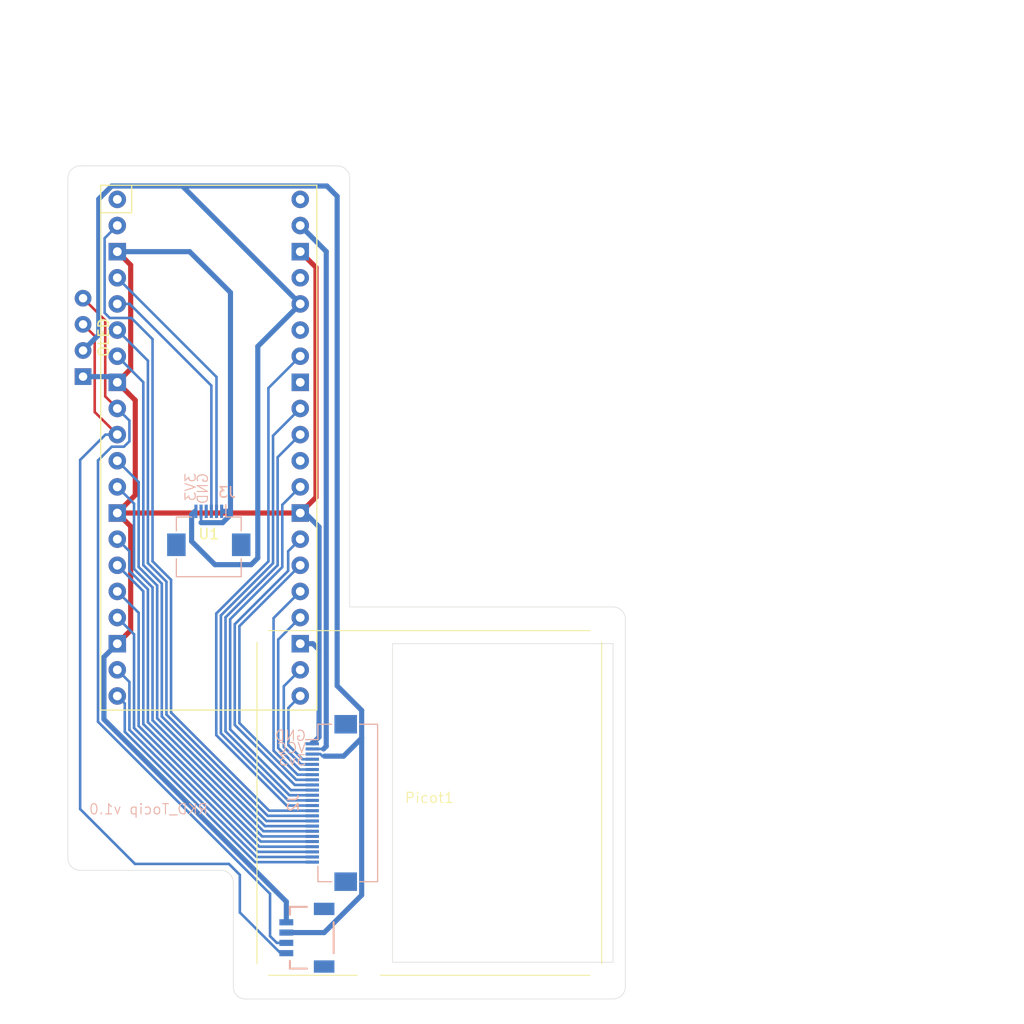
<source format=kicad_pcb>
(kicad_pcb (version 20240108) (generator "pcbnew") (generator_version "8.0")
  (layers (0 "F.Cu" signal) (31 "B.Cu" signal) (34 "B.Paste" user) (35 "F.Paste" user) (36 "B.SilkS" user "B.Silkscreen") (37 "F.SilkS" user "F.Silkscreen") (38 "B.Mask" user) (39 "F.Mask" user) (44 "Edge.Cuts" user))
  (net 0 "")
  (net 7 "GP12")
  (net 8 "GND")
  (net 9 "GP09")
  (net 10 "VCC")
  (net 11 "GP11")
  (net 12 "GP15")
  (net 13 "GP13")
  (net 14 "GP17")
  (net 15 "GP26")
  (net 16 "3v3")
  (net 17 "GP28")
  (net 18 "GP18")
  (net 19 "GP08")
  (net 20 "GP10")
  (net 21 "GP22")
  (net 22 "GP14")
  (net 23 "GP23")
  (net 24 "GP21")
  (net 25 "GP16")
  (net 26 "GP19")
  (net 27 "GP25")
  (net 28 "GP27")
  (net 29 "GP24")
  (net 30 "GP20")
  (net 33 "SDA-SCK")
  (net 34 "SCL-Tx")
  (net 35 "SCLK")
  (net 37 "SDIO_TX")
  (footprint "Rikkodo_FootPrint:rkd_picot5400_BTM" (layer "F.Cu") (at 190.50016 151.209502)
    (property "Reference" "Picot1")
    (property "Value" "rkd_picot5400_BTM")
  )
  (footprint "kbd_Hole:m2_Screw_Hole" (layer "F.Cu") (at 184.618861 167.878036)
    (property "Reference" "M5" (hide yes))
    (property "Value" "Mark" (hide yes))
  )
  (footprint "Rikkodo_FootPrint:rkd_RPi_Pico_TH_NODBG" (layer "F.Cu") (at 169.06875 116.68125)
    (property "Reference" "U1")
    (property "Value" "Pico")
  )
  (footprint "kbd_Hole:m2_Screw_Hole" (layer "F.Cu") (at 175.021875 94.059375)
    (property "Reference" "M6" (hide yes))
    (property "Value" "Mark" (hide yes))
  )
  (footprint "kbd_Hole:m2_Screw_Hole" (layer "F.Cu") (at 163.115625 94.059375)
    (property "Reference" "M4" (hide yes))
    (property "Value" "Mark" (hide yes))
  )
  (footprint "Rikkodo_FootPrint:rkd_Point_Hall" (layer "F.Cu") (at 197.643861 151.209286)
    (property "Reference" "M2" (hide yes))
    (property "Value" "Mark" (hide yes))
    (fp_line (start -10.715625 15.478125) (end -10.715625 -15.478125) (stroke (width 0.05)) (layer "Edge.Cuts"))
    (fp_line (start 10.715625 -15.478125) (end -10.715625 -15.478125) (stroke (width 0.05)) (layer "Edge.Cuts"))
    (fp_line (start 10.715625 -15.478125) (end 10.715625 15.478125) (stroke (width 0.05)) (layer "Edge.Cuts"))
    (fp_line (start 10.715625 15.478125) (end -10.715625 15.478125) (stroke (width 0.05)) (layer "Edge.Cuts"))
  )
  (footprint "BrownSugar_KBD:OLED_center_display" (layer "F.Cu") (at 175.349072 105.965536 -90)
    (property "Reference" "OL1")
    (property "Value" "OLED")
  )
  (footprint "Connector_FFC-FPC:Hirose_FH12-6S-0.5SH_1x06-1MP_P0.50mm_Horizontal" (layer "B.Cu") (at 169.068892 124.717864 180)
    (property "Reference" "J3")
    (property "Value" "Conn_01x06")
  )
  (footprint "SparkFun-Connector:JST_SMD_1.0mm-4_Black" (layer "B.Cu") (at 176.60475 164.30625 -90)
    (property "Reference" "J1")
    (property "Value" "Qwiic_RA")
  )
  (footprint "Connector_FFC-FPC:Hirose_FH12-24S-0.5SH_1x24-1MP_P0.50mm_Horizontal" (layer "B.Cu") (at 180.975152 151.209502 -90)
    (property "Reference" "J2")
    (property "Value" "Conn_01x24")
  )
  (gr_line (start 182.760605 132.159375) (end 208.359664 132.159399) (stroke (width 0.05)) (layer "Edge.Cuts"))
  (gr_arc (start 170.259597 157.757883) (mid 171.101495 158.106608) (end 171.450222 158.948508) (stroke (width 0.05)) (layer "Edge.Cuts"))
  (gr_arc (start 155.376757 90.4875) (mid 155.725507 89.645602) (end 156.567382 89.296875) (stroke (width 0.05)) (layer "Edge.Cuts"))
  (gr_line (start 208.359618 170.259504) (end 172.640857 170.259448) (stroke (width 0.05)) (layer "Edge.Cuts"))
  (gr_line (start 171.450144 158.948571) (end 171.450154 169.068886) (stroke (width 0.05)) (layer "Edge.Cuts"))
  (gr_arc (start 209.550243 169.068879) (mid 209.201517 169.910767) (end 208.359618 170.259504) (stroke (width 0.05)) (layer "Edge.Cuts"))
  (gr_arc (start 172.640857 170.259448) (mid 171.798968 169.910714) (end 171.450232 169.068823) (stroke (width 0.05)) (layer "Edge.Cuts"))
  (gr_line (start 209.550243 169.068879) (end 209.550289 167.878178) (stroke (width 0.05)) (layer "Edge.Cuts"))
  (gr_line (start 182.760605 132.159375) (end 182.761204 90.487437) (stroke (width 0.05)) (layer "Edge.Cuts"))
  (gr_line (start 209.550289 167.878178) (end 209.550289 133.350024) (stroke (width 0.05)) (layer "Edge.Cuts"))
  (gr_arc (start 181.570579 89.296812) (mid 182.412466 89.645544) (end 182.761204 90.487437) (stroke (width 0.05)) (layer "Edge.Cuts"))
  (gr_line (start 170.259597 157.757883) (end 156.567432 157.757857) (stroke (width 0.05)) (layer "Edge.Cuts"))
  (gr_arc (start 208.359664 132.159399) (mid 209.201548 132.508128) (end 209.550289 133.350024) (stroke (width 0.05)) (layer "Edge.Cuts"))
  (gr_arc (start 156.567432 157.757857) (mid 155.725594 157.409065) (end 155.376807 156.567232) (stroke (width 0.05)) (layer "Edge.Cuts"))
  (gr_line (start 155.376757 90.4875) (end 155.376807 156.567232) (stroke (width 0.05)) (layer "Edge.Cuts"))
  (gr_line (start 156.567382 89.296875) (end 181.570579 89.296875) (stroke (width 0.05)) (layer "Edge.Cuts"))
  (gr_text "VCC" (at 178.59405 146.447002 0) (layer "B.SilkS") (effects (font (size 1 1) (thickness 0.1)) (justify left bottom mirror)))
  (gr_text "3v3" (at 178.59405 147.637626 0) (layer "B.SilkS") (effects (font (size 1 1) (thickness 0.1)) (justify left bottom mirror)))
  (gr_text "GND" (at 169.068608 119.0624 90) (layer "B.SilkS") (effects (font (size 1 1) (thickness 0.1)) (justify left bottom mirror)))
  (gr_text "RKD_Tocip v1.0" (at 169.06875 152.4 0) (layer "B.SilkS") (effects (font (size 1 1) (thickness 0.1)) (justify left bottom mirror)))
  (gr_text "3V3" (at 167.877984 119.0624 90) (layer "B.SilkS") (effects (font (size 1 1) (thickness 0.1)) (justify left bottom mirror)))
  (gr_text "GND" (at 178.59405 145.256378 0) (layer "B.SilkS") (effects (font (size 1 1) (thickness 0.1)) (justify left bottom mirror)))
  (segment (start 162.25375 132.72625) (end 160.17875 130.65125) (width 0.25) (layer "B.Cu") (net 7))
  (segment (start 162.25375 143.730401) (end 162.25375 132.72625) (width 0.25) (layer "B.Cu") (net 7))
  (segment (start 179.125152 155.459502) (end 173.982851 155.459502) (width 0.25) (layer "B.Cu") (net 7))
  (segment (start 173.982851 155.459502) (end 162.25375 143.730401) (width 0.25) (layer "B.Cu") (net 7))
  (segment (start 160.17875 123.03125) (end 177.95875 123.03125) (width 0.5) (layer "F.Cu") (net 8))
  (segment (start 161.47875 124.33125) (end 161.47875 134.43125) (width 0.5) (layer "F.Cu") (net 8))
  (segment (start 160.17875 110.33125) (end 161.925136 112.077636) (width 0.5) (layer "F.Cu") (net 8))
  (segment (start 160.17875 123.03125) (end 161.47875 124.33125) (width 0.5) (layer "F.Cu") (net 8))
  (segment (start 161.47875 134.43125) (end 160.17875 135.73125) (width 0.5) (layer "F.Cu") (net 8))
  (segment (start 161.925136 121.284864) (end 160.17875 123.03125) (width 0.5) (layer "F.Cu") (net 8))
  (segment (start 161.925136 112.077636) (end 161.925136 121.284864) (width 0.5) (layer "F.Cu") (net 8))
  (segment (start 161.47875 109.03125) (end 161.47875 98.93125) (width 0.5) (layer "F.Cu") (net 8))
  (segment (start 179.486568 99.159068) (end 179.486568 121.503432) (width 0.5) (layer "F.Cu") (net 8))
  (segment (start 160.17875 110.33125) (end 161.47875 109.03125) (width 0.5) (layer "F.Cu") (net 8))
  (segment (start 177.95875 97.63125) (end 179.486568 99.159068) (width 0.5) (layer "F.Cu") (net 8))
  (segment (start 161.47875 98.93125) (end 160.17875 97.63125) (width 0.5) (layer "F.Cu") (net 8))
  (segment (start 179.486568 121.503432) (end 177.95875 123.03125) (width 0.5) (layer "F.Cu") (net 8))
  (segment (start 156.849072 109.775536) (end 157.404786 110.33125) (width 0.5) (layer "F.Cu") (net 8))
  (segment (start 176.60475 160.803762) (end 158.87875 143.077762) (width 0.5) (layer "B.Cu") (net 8))
  (segment (start 160.17875 97.63125) (end 167.207275 97.63125) (width 0.5) (layer "B.Cu") (net 8))
  (segment (start 177.95875 123.03125) (end 178.433431 123.03125) (width 0.5) (layer "B.Cu") (net 8))
  (segment (start 168.318892 122.867864) (end 168.318892 123.967864) (width 0.25) (layer "B.Cu") (net 8))
  (segment (start 171.177225 123.209531) (end 170.418892 123.967864) (width 0.5) (layer "B.Cu") (net 8))
  (segment (start 176.60475 162.80625) (end 176.60475 160.803762) (width 0.5) (layer "B.Cu") (net 8))
  (segment (start 160.17875 97.63125) (end 160.7475 98.2) (width 0.5) (layer "B.Cu") (net 8))
  (segment (start 171.177225 101.6012) (end 171.177225 122.691299) (width 0.5) (layer "B.Cu") (net 8))
  (segment (start 156.849072 109.775536) (end 159.623036 109.775536) (width 0.5) (layer "B.Cu") (net 8))
  (segment (start 171.177225 122.691299) (end 171.00066 122.867864) (width 0.5) (layer "B.Cu") (net 8))
  (segment (start 178.433431 123.03125) (end 179.784526 124.382345) (width 0.5) (layer "B.Cu") (net 8))
  (segment (start 179.189099 135.73125) (end 179.784526 136.326677) (width 0.5) (layer "B.Cu") (net 8))
  (segment (start 158.87875 137.03125) (end 160.17875 135.73125) (width 0.5) (layer "B.Cu") (net 8))
  (segment (start 171.177225 122.691299) (end 171.177225 123.209531) (width 0.5) (layer "B.Cu") (net 8))
  (segment (start 167.207275 97.63125) (end 171.177225 101.6012) (width 0.5) (layer "B.Cu") (net 8))
  (segment (start 179.784526 144.800128) (end 179.225152 145.359502) (width 0.5) (layer "B.Cu") (net 8))
  (segment (start 177.95875 135.73125) (end 179.189099 135.73125) (width 0.5) (layer "B.Cu") (net 8))
  (segment (start 179.225152 145.359502) (end 179.125152 145.359502) (width 0.5) (layer "B.Cu") (net 8))
  (segment (start 159.623036 109.775536) (end 160.17875 110.33125) (width 0.5) (layer "B.Cu") (net 8))
  (segment (start 170.418892 123.967864) (end 168.318892 123.967864) (width 0.5) (layer "B.Cu") (net 8))
  (segment (start 158.87875 143.077762) (end 158.87875 137.03125) (width 0.5) (layer "B.Cu") (net 8))
  (segment (start 179.784526 124.382345) (end 179.784526 144.800128) (width 0.5) (layer "B.Cu") (net 8))
  (segment (start 171.00066 122.867864) (end 170.418892 122.867864) (width 0.5) (layer "B.Cu") (net 8))
  (segment (start 161.80375 122.11625) (end 160.17875 120.49125) (width 0.25) (layer "B.Cu") (net 9))
  (segment (start 161.80375 128.463458) (end 161.80375 122.11625) (width 0.25) (layer "B.Cu") (net 9))
  (segment (start 179.125152 153.959502) (end 174.392039 153.959502) (width 0.25) (layer "B.Cu") (net 9))
  (segment (start 163.60375 143.171213) (end 163.60375 130.263458) (width 0.25) (layer "B.Cu") (net 9))
  (segment (start 174.392039 153.959502) (end 163.60375 143.171213) (width 0.25) (layer "B.Cu") (net 9))
  (segment (start 163.60375 130.263458) (end 161.80375 128.463458) (width 0.25) (layer "B.Cu") (net 9))
  (segment (start 180.484526 97.617026) (end 180.484526 145.700128) (width 0.5) (layer "B.Cu") (net 10))
  (segment (start 180.484526 145.700128) (end 180.225152 145.959502) (width 0.5) (layer "B.Cu") (net 10))
  (segment (start 180.225152 145.959502) (end 179.125152 145.959502) (width 0.25) (layer "B.Cu") (net 10))
  (segment (start 177.95875 95.09125) (end 180.484526 97.617026) (width 0.5) (layer "B.Cu") (net 10))
  (segment (start 179.125152 154.959502) (end 174.119247 154.959502) (width 0.25) (layer "B.Cu") (net 11))
  (segment (start 174.119247 154.959502) (end 162.70375 143.544005) (width 0.25) (layer "B.Cu") (net 11))
  (segment (start 162.70375 143.544005) (end 162.70375 130.63625) (width 0.25) (layer "B.Cu") (net 11))
  (segment (start 162.70375 130.63625) (end 160.17875 128.11125) (width 0.25) (layer "B.Cu") (net 11))
  (segment (start 160.90375 141.53625) (end 160.17875 140.81125) (width 0.25) (layer "B.Cu") (net 12))
  (segment (start 173.573663 156.959502) (end 160.90375 144.289589) (width 0.25) (layer "B.Cu") (net 12))
  (segment (start 179.125152 156.959502) (end 173.573663 156.959502) (width 0.25) (layer "B.Cu") (net 12))
  (segment (start 160.90375 144.289589) (end 160.90375 141.53625) (width 0.25) (layer "B.Cu") (net 12))
  (segment (start 173.846455 155.959502) (end 161.80375 143.916797) (width 0.25) (layer "B.Cu") (net 13))
  (segment (start 179.125152 155.959502) (end 173.846455 155.959502) (width 0.25) (layer "B.Cu") (net 13))
  (segment (start 161.80375 143.916797) (end 161.80375 134.81625) (width 0.25) (layer "B.Cu") (net 13))
  (segment (start 161.80375 134.81625) (end 160.17875 133.19125) (width 0.25) (layer "B.Cu") (net 13))
  (segment (start 163.15375 108.22625) (end 160.17875 105.25125) (width 0.25) (layer "B.Cu") (net 14))
  (segment (start 163.15375 127.90427) (end 163.15375 108.22625) (width 0.25) (layer "B.Cu") (net 14))
  (segment (start 179.125152 152.459502) (end 174.801227 152.459502) (width 0.25) (layer "B.Cu") (net 14))
  (segment (start 164.95375 142.612025) (end 164.95375 129.70427) (width 0.25) (layer "B.Cu") (net 14))
  (segment (start 174.801227 152.459502) (end 164.95375 142.612025) (width 0.25) (layer "B.Cu") (net 14))
  (segment (start 164.95375 129.70427) (end 163.15375 127.90427) (width 0.25) (layer "B.Cu") (net 14))
  (segment (start 175.815642 135.334358) (end 177.95875 133.19125) (width 0.25) (layer "B.Cu") (net 15))
  (segment (start 175.815642 145.872784) (end 175.815642 135.334358) (width 0.25) (layer "B.Cu") (net 15))
  (segment (start 177.90236 147.959502) (end 175.815642 145.872784) (width 0.25) (layer "B.Cu") (net 15))
  (segment (start 179.125152 147.959502) (end 177.90236 147.959502) (width 0.25) (layer "B.Cu") (net 15))
  (segment (start 183.925152 160.165762) (end 180.284664 163.80625) (width 0.5) (layer "B.Cu") (net 16))
  (segment (start 180.284664 163.80625) (end 176.60475 163.80625) (width 0.5) (layer "B.Cu") (net 16))
  (segment (start 183.925152 144.909502) (end 182.174527 146.660127) (width 0.5) (layer "B.Cu") (net 16))
  (segment (start 180.311402 146.660127) (end 180.112604 146.660127) (width 0.25) (layer "B.Cu") (net 16))
  (segment (start 166.49875 91.25125) (end 159.640272 91.25125) (width 0.5) (layer "B.Cu") (net 16))
  (segment (start 159.640272 91.25125) (end 158.373571 92.517951) (width 0.5) (layer "B.Cu") (net 16))
  (segment (start 177.95875 102.71125) (end 173.831396 106.838604) (width 0.5) (layer "B.Cu") (net 16))
  (segment (start 173.18764 128.049116) (end 169.664205 128.049116) (width 0.5) (layer "B.Cu") (net 16))
  (segment (start 183.925152 144.909502) (end 183.925152 160.165762) (width 0.5) (layer "B.Cu") (net 16))
  (segment (start 173.831396 127.40536) (end 173.18764 128.049116) (width 0.5) (layer "B.Cu") (net 16))
  (segment (start 167.400144 125.785055) (end 167.400144 123.186612) (width 0.5) (layer "B.Cu") (net 16))
  (segment (start 183.925152 142.209502) (end 181.54375 139.8281) (width 0.5) (layer "B.Cu") (net 16))
  (segment (start 181.54375 92.2468) (end 180.5482 91.25125) (width 0.5) (layer "B.Cu") (net 16))
  (segment (start 180.112604 146.660127) (end 179.911979 146.459502) (width 0.25) (layer "B.Cu") (net 16))
  (segment (start 167.400144 123.186612) (end 167.718892 122.867864) (width 0.5) (layer "B.Cu") (net 16))
  (segment (start 158.373571 92.517951) (end 158.373571 105.711037) (width 0.5) (layer "B.Cu") (net 16))
  (segment (start 158.373571 105.711037) (end 156.849072 107.235536) (width 0.5) (layer "B.Cu") (net 16))
  (segment (start 180.5482 91.25125) (end 166.49875 91.25125) (width 0.5) (layer "B.Cu") (net 16))
  (segment (start 183.925152 144.909502) (end 183.925152 142.209502) (width 0.5) (layer "B.Cu") (net 16))
  (segment (start 169.664205 128.049116) (end 167.400144 125.785055) (width 0.5) (layer "B.Cu") (net 16))
  (segment (start 181.54375 139.8281) (end 181.54375 92.2468) (width 0.5) (layer "B.Cu") (net 16))
  (segment (start 182.174527 146.660127) (end 180.311402 146.660127) (width 0.5) (layer "B.Cu") (net 16))
  (segment (start 177.95875 102.71125) (end 166.49875 91.25125) (width 0.5) (layer "B.Cu") (net 16))
  (segment (start 173.831396 106.838604) (end 173.831396 127.40536) (width 0.5) (layer "B.Cu") (net 16))
  (segment (start 179.911979 146.459502) (end 179.125152 146.459502) (width 0.25) (layer "B.Cu") (net 16))
  (segment (start 177.95875 140.81125) (end 176.807961 141.962039) (width 0.25) (layer "B.Cu") (net 17))
  (segment (start 178.175152 146.959502) (end 179.125152 146.959502) (width 0.25) (layer "B.Cu") (net 17))
  (segment (start 176.807961 141.962039) (end 176.807961 145.592311) (width 0.25) (layer "B.Cu") (net 17))
  (segment (start 176.807961 145.592311) (end 178.175152 146.959502) (width 0.25) (layer "B.Cu") (net 17))
  (segment (start 165.40375 129.517874) (end 163.60375 127.717874) (width 0.25) (layer "B.Cu") (net 18))
  (segment (start 163.60375 106.134954) (end 161.545046 104.07625) (width 0.25) (layer "B.Cu") (net 18))
  (segment (start 163.60375 127.717874) (end 163.60375 106.134954) (width 0.25) (layer "B.Cu") (net 18))
  (segment (start 158.948571 103.584462) (end 158.948571 96.321429) (width 0.25) (layer "B.Cu") (net 18))
  (segment (start 161.545046 104.07625) (end 159.440359 104.07625) (width 0.25) (layer "B.Cu") (net 18))
  (segment (start 158.948571 96.321429) (end 160.17875 95.09125) (width 0.25) (layer "B.Cu") (net 18))
  (segment (start 165.40375 142.425629) (end 165.40375 129.517874) (width 0.25) (layer "B.Cu") (net 18))
  (segment (start 179.125152 151.959502) (end 174.937623 151.959502) (width 0.25) (layer "B.Cu") (net 18))
  (segment (start 159.440359 104.07625) (end 158.948571 103.584462) (width 0.25) (layer "B.Cu") (net 18))
  (segment (start 174.937623 151.959502) (end 165.40375 142.425629) (width 0.25) (layer "B.Cu") (net 18))
  (segment (start 162.25375 120.02625) (end 160.17875 117.95125) (width 0.25) (layer "B.Cu") (net 19))
  (segment (start 174.528435 153.459502) (end 164.05375 142.984817) (width 0.25) (layer "B.Cu") (net 19))
  (segment (start 162.25375 128.277062) (end 162.25375 120.02625) (width 0.25) (layer "B.Cu") (net 19))
  (segment (start 179.125152 153.459502) (end 174.528435 153.459502) (width 0.25) (layer "B.Cu") (net 19))
  (segment (start 164.05375 130.077062) (end 162.25375 128.277062) (width 0.25) (layer "B.Cu") (net 19))
  (segment (start 164.05375 142.984817) (end 164.05375 130.077062) (width 0.25) (layer "B.Cu") (net 19))
  (segment (start 163.15375 130.449854) (end 161.35375 128.649854) (width 0.25) (layer "B.Cu") (net 20))
  (segment (start 174.255643 154.459502) (end 163.15375 143.357609) (width 0.25) (layer "B.Cu") (net 20))
  (segment (start 179.125152 154.459502) (end 174.255643 154.459502) (width 0.25) (layer "B.Cu") (net 20))
  (segment (start 161.35375 128.649854) (end 161.35375 126.74625) (width 0.25) (layer "B.Cu") (net 20))
  (segment (start 161.35375 126.74625) (end 160.17875 125.57125) (width 0.25) (layer "B.Cu") (net 20))
  (segment (start 163.15375 143.357609) (end 163.15375 130.449854) (width 0.25) (layer "B.Cu") (net 20))
  (segment (start 179.125152 149.959502) (end 177.046198 149.959502) (width 0.25) (layer "B.Cu") (net 21))
  (segment (start 176.212648 128.28944) (end 176.212648 122.237352) (width 0.25) (layer "B.Cu") (net 21))
  (segment (start 171.145457 133.356631) (end 176.212648 128.28944) (width 0.25) (layer "B.Cu") (net 21))
  (segment (start 176.212648 122.237352) (end 177.95875 120.49125) (width 0.25) (layer "B.Cu") (net 21))
  (segment (start 177.046198 149.959502) (end 171.145457 144.058761) (width 0.25) (layer "B.Cu") (net 21))
  (segment (start 171.145457 144.058761) (end 171.145457 133.356631) (width 0.25) (layer "B.Cu") (net 21))
  (segment (start 161.35375 144.103193) (end 161.35375 139.44625) (width 0.25) (layer "B.Cu") (net 22))
  (segment (start 161.35375 139.44625) (end 160.17875 138.27125) (width 0.25) (layer "B.Cu") (net 22))
  (segment (start 179.125152 156.459502) (end 173.710059 156.459502) (width 0.25) (layer "B.Cu") (net 22))
  (segment (start 173.710059 156.459502) (end 161.35375 144.103193) (width 0.25) (layer "B.Cu") (net 22))
  (segment (start 176.78375 126.74625) (end 177.95875 125.57125) (width 0.25) (layer "B.Cu") (net 23))
  (segment (start 171.595168 143.62956) (end 171.595168 133.838436) (width 0.25) (layer "B.Cu") (net 23))
  (segment (start 179.125152 149.459502) (end 177.42511 149.459502) (width 0.25) (layer "B.Cu") (net 23))
  (segment (start 171.595168 133.838436) (end 176.78375 128.649854) (width 0.25) (layer "B.Cu") (net 23))
  (segment (start 177.42511 149.459502) (end 171.595168 143.62956) (width 0.25) (layer "B.Cu") (net 23))
  (segment (start 176.78375 128.649854) (end 176.78375 126.74625) (width 0.25) (layer "B.Cu") (net 23))
  (segment (start 175.762648 128.103555) (end 175.762648 117.607352) (width 0.25) (layer "B.Cu") (net 24))
  (segment (start 179.125152 150.459502) (end 176.909802 150.459502) (width 0.25) (layer "B.Cu") (net 24))
  (segment (start 176.909802 150.459502) (end 170.695457 144.245157) (width 0.25) (layer "B.Cu") (net 24))
  (segment (start 170.695457 144.245157) (end 170.695457 133.170746) (width 0.25) (layer "B.Cu") (net 24))
  (segment (start 170.695457 133.170746) (end 175.762648 128.103555) (width 0.25) (layer "B.Cu") (net 24))
  (segment (start 175.762648 117.607352) (end 177.95875 115.41125) (width 0.25) (layer "B.Cu") (net 24))
  (segment (start 162.70375 128.090666) (end 164.50375 129.890666) (width 0.25) (layer "B.Cu") (net 25))
  (segment (start 162.70375 110.31625) (end 162.70375 128.090666) (width 0.25) (layer "B.Cu") (net 25))
  (segment (start 160.17875 107.79125) (end 162.70375 110.31625) (width 0.25) (layer "B.Cu") (net 25))
  (segment (start 174.664831 152.959502) (end 179.125152 152.959502) (width 0.25) (layer "B.Cu") (net 25))
  (segment (start 164.50375 142.798421) (end 174.664831 152.959502) (width 0.25) (layer "B.Cu") (net 25))
  (segment (start 164.50375 129.890666) (end 164.50375 142.798421) (width 0.25) (layer "B.Cu") (net 25))
  (segment (start 169.795457 132.797954) (end 174.862648 127.730763) (width 0.25) (layer "B.Cu") (net 26))
  (segment (start 179.125152 151.459502) (end 176.63701 151.459502) (width 0.25) (layer "B.Cu") (net 26))
  (segment (start 176.63701 151.459502) (end 169.795457 144.617949) (width 0.25) (layer "B.Cu") (net 26))
  (segment (start 169.795457 144.617949) (end 169.795457 132.797954) (width 0.25) (layer "B.Cu") (net 26))
  (segment (start 174.862648 110.887352) (end 177.95875 107.79125) (width 0.25) (layer "B.Cu") (net 26))
  (segment (start 174.862648 127.730763) (end 174.862648 110.887352) (width 0.25) (layer "B.Cu") (net 26))
  (segment (start 175.365642 146.127242) (end 175.365642 133.244358) (width 0.25) (layer "B.Cu") (net 27))
  (segment (start 177.697902 148.459502) (end 175.365642 146.127242) (width 0.25) (layer "B.Cu") (net 27))
  (segment (start 175.365642 133.244358) (end 177.95875 130.65125) (width 0.25) (layer "B.Cu") (net 27))
  (segment (start 179.125152 148.459502) (end 177.697902 148.459502) (width 0.25) (layer "B.Cu") (net 27))
  (segment (start 179.125152 147.459502) (end 178.038756 147.459502) (width 0.25) (layer "B.Cu") (net 28))
  (segment (start 178.038756 147.459502) (end 176.357961 145.778707) (width 0.25) (layer "B.Cu") (net 28))
  (segment (start 176.357961 145.778707) (end 176.357961 139.872039) (width 0.25) (layer "B.Cu") (net 28))
  (segment (start 176.357961 139.872039) (end 177.95875 138.27125) (width 0.25) (layer "B.Cu") (net 28))
  (segment (start 179.125152 148.959502) (end 177.561506 148.959502) (width 0.25) (layer "B.Cu") (net 29))
  (segment (start 177.561506 148.959502) (end 172.045457 143.443453) (width 0.25) (layer "B.Cu") (net 29))
  (segment (start 172.045457 143.443453) (end 172.045457 134.024543) (width 0.25) (layer "B.Cu") (net 29))
  (segment (start 172.045457 134.024543) (end 177.95875 128.11125) (width 0.25) (layer "B.Cu") (net 29))
  (segment (start 176.773406 150.959502) (end 170.245457 144.431553) (width 0.25) (layer "B.Cu") (net 30))
  (segment (start 170.245457 144.431553) (end 170.245457 132.98435) (width 0.25) (layer "B.Cu") (net 30))
  (segment (start 175.312648 115.517352) (end 177.95875 112.87125) (width 0.25) (layer "B.Cu") (net 30))
  (segment (start 179.125152 150.959502) (end 176.773406 150.959502) (width 0.25) (layer "B.Cu") (net 30))
  (segment (start 170.245457 132.98435) (end 175.312648 127.917159) (width 0.25) (layer "B.Cu") (net 30))
  (segment (start 175.312648 127.917159) (end 175.312648 115.517352) (width 0.25) (layer "B.Cu") (net 30))
  (segment (start 156.849072 102.155536) (end 159.00375 104.310214) (width 0.25) (layer "F.Cu") (net 33))
  (segment (start 159.00375 111.69625) (end 160.17875 112.87125) (width 0.25) (layer "F.Cu") (net 33))
  (segment (start 159.00375 104.310214) (end 159.00375 111.69625) (width 0.25) (layer "F.Cu") (net 33))
  (segment (start 160.829608 116.58625) (end 161.35375 116.062108) (width 0.25) (layer "B.Cu") (net 33))
  (segment (start 176.60475 164.80625) (end 175.67975 164.80625) (width 0.25) (layer "B.Cu") (net 33))
  (segment (start 175.022022 160.034206) (end 158.30375 143.315934) (width 0.25) (layer "B.Cu") (net 33))
  (segment (start 158.30375 117.921482) (end 159.638982 116.58625) (width 0.25) (layer "B.Cu") (net 33))
  (segment (start 175.67975 164.80625) (end 175.022022 164.148522) (width 0.25) (layer "B.Cu") (net 33))
  (segment (start 160.49625 112.87125) (end 160.17875 112.87125) (width 0.25) (layer "B.Cu") (net 33))
  (segment (start 158.30375 143.315934) (end 158.30375 117.921482) (width 0.25) (layer "B.Cu") (net 33))
  (segment (start 159.638982 116.58625) (end 160.829608 116.58625) (width 0.25) (layer "B.Cu") (net 33))
  (segment (start 161.35375 114.04625) (end 160.17875 112.87125) (width 0.25) (layer "B.Cu") (net 33))
  (segment (start 161.35375 116.062108) (end 161.35375 114.04625) (width 0.25) (layer "B.Cu") (net 33))
  (segment (start 175.022022 164.148522) (end 175.022022 160.034206) (width 0.25) (layer "B.Cu") (net 33))
  (segment (start 156.849072 104.695536) (end 157.984072 105.830536) (width 0.25) (layer "F.Cu") (net 34))
  (segment (start 157.984072 113.216572) (end 160.17875 115.41125) (width 0.25) (layer "F.Cu") (net 34))
  (segment (start 157.984072 105.830536) (end 157.984072 113.216572) (width 0.25) (layer "F.Cu") (net 34))
  (segment (start 172.085436 158.192788) (end 172.085436 161.848332) (width 0.25) (layer "B.Cu") (net 34))
  (segment (start 172.085436 161.848332) (end 176.043354 165.80625) (width 0.25) (layer "B.Cu") (net 34))
  (segment (start 161.895371 157.132867) (end 171.025515 157.132867) (width 0.25) (layer "B.Cu") (net 34))
  (segment (start 156.567319 117.871974) (end 156.567319 151.804815) (width 0.25) (layer "B.Cu") (net 34))
  (segment (start 171.025515 157.132867) (end 172.085436 158.192788) (width 0.25) (layer "B.Cu") (net 34))
  (segment (start 156.567319 151.804815) (end 161.895371 157.132867) (width 0.25) (layer "B.Cu") (net 34))
  (segment (start 160.17875 115.41125) (end 159.028043 115.41125) (width 0.25) (layer "B.Cu") (net 34))
  (segment (start 159.028043 115.41125) (end 156.567319 117.871974) (width 0.25) (layer "B.Cu") (net 34))
  (segment (start 176.043354 165.80625) (end 176.60475 165.80625) (width 0.25) (layer "B.Cu") (net 34))
  (segment (start 169.818892 109.811392) (end 169.818892 122.867864) (width 0.25) (layer "B.Cu") (net 35))
  (segment (start 160.17875 100.17125) (end 169.818892 109.811392) (width 0.25) (layer "B.Cu") (net 35))
  (segment (start 160.17875 102.71125) (end 161.380831 102.71125) (width 0.25) (layer "B.Cu") (net 37))
  (segment (start 169.318892 110.649311) (end 169.318892 122.867864) (width 0.25) (layer "B.Cu") (net 37))
  (segment (start 161.380831 102.71125) (end 169.318892 110.649311) (width 0.25) (layer "B.Cu") (net 37))
)
</source>
